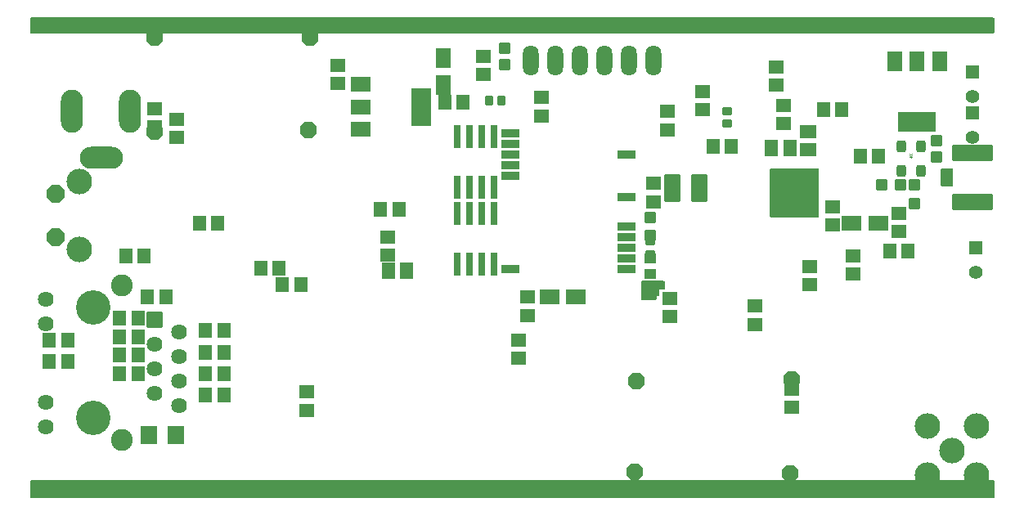
<source format=gbr>
%TF.GenerationSoftware,KiCad,Pcbnew,9.0.7*%
%TF.CreationDate,2026-01-09T15:07:01-08:00*%
%TF.ProjectId,W5500_LX9_AD9957_sramv2_gps,57353530-305f-44c5-9839-5f4144393935,rev?*%
%TF.SameCoordinates,Original*%
%TF.FileFunction,Soldermask,Bot*%
%TF.FilePolarity,Negative*%
%FSLAX46Y46*%
G04 Gerber Fmt 4.6, Leading zero omitted, Abs format (unit mm)*
G04 Created by KiCad (PCBNEW 9.0.7) date 2026-01-09 15:07:01*
%MOMM*%
%LPD*%
G01*
G04 APERTURE LIST*
G04 Aperture macros list*
%AMRoundRect*
0 Rectangle with rounded corners*
0 $1 Rounding radius*
0 $2 $3 $4 $5 $6 $7 $8 $9 X,Y pos of 4 corners*
0 Add a 4 corners polygon primitive as box body*
4,1,4,$2,$3,$4,$5,$6,$7,$8,$9,$2,$3,0*
0 Add four circle primitives for the rounded corners*
1,1,$1+$1,$2,$3*
1,1,$1+$1,$4,$5*
1,1,$1+$1,$6,$7*
1,1,$1+$1,$8,$9*
0 Add four rect primitives between the rounded corners*
20,1,$1+$1,$2,$3,$4,$5,0*
20,1,$1+$1,$4,$5,$6,$7,0*
20,1,$1+$1,$6,$7,$8,$9,0*
20,1,$1+$1,$8,$9,$2,$3,0*%
%AMFreePoly0*
4,1,17,0.404157,0.924921,0.924921,0.404157,0.939800,0.368236,0.939800,-0.368236,0.924921,-0.404157,0.404157,-0.924921,0.368236,-0.939800,-0.368236,-0.939800,-0.404157,-0.924921,-0.924921,-0.404157,-0.939800,-0.368236,-0.939800,0.368236,-0.924921,0.404157,-0.404157,0.924921,-0.368236,0.939800,0.368236,0.939800,0.404157,0.924921,0.404157,0.924921,$1*%
%AMFreePoly1*
4,1,17,0.367333,0.836021,0.836021,0.367333,0.850900,0.331412,0.850900,-0.331412,0.836021,-0.367333,0.367333,-0.836021,0.331412,-0.850900,-0.331412,-0.850900,-0.367333,-0.836021,-0.836021,-0.367333,-0.850900,-0.331412,-0.850900,0.331412,-0.836021,0.367333,-0.367333,0.836021,-0.331412,0.850900,0.331412,0.850900,0.367333,0.836021,0.367333,0.836021,$1*%
G04 Aperture macros list end*
%ADD10C,0.024384*%
%ADD11O,1.625600X3.149600*%
%ADD12C,2.641600*%
%ADD13RoundRect,0.050800X-0.650000X-0.800000X0.650000X-0.800000X0.650000X0.800000X-0.650000X0.800000X0*%
%ADD14RoundRect,0.050800X-0.800000X0.650000X-0.800000X-0.650000X0.800000X-0.650000X0.800000X0.650000X0*%
%ADD15RoundRect,0.050800X-0.650000X-0.750000X0.650000X-0.750000X0.650000X0.750000X-0.650000X0.750000X0*%
%ADD16RoundRect,0.050800X0.800000X0.900000X-0.800000X0.900000X-0.800000X-0.900000X0.800000X-0.900000X0*%
%ADD17RoundRect,0.050800X0.650000X0.750000X-0.650000X0.750000X-0.650000X-0.750000X0.650000X-0.750000X0*%
%ADD18RoundRect,0.050800X0.750000X-0.650000X0.750000X0.650000X-0.750000X0.650000X-0.750000X-0.650000X0*%
%ADD19RoundRect,0.050800X-0.750000X0.650000X-0.750000X-0.650000X0.750000X-0.650000X0.750000X0.650000X0*%
%ADD20RoundRect,0.050800X-1.900000X-1.000000X1.900000X-1.000000X1.900000X1.000000X-1.900000X1.000000X0*%
%ADD21RoundRect,0.050800X-0.750000X-1.000000X0.750000X-1.000000X0.750000X1.000000X-0.750000X1.000000X0*%
%ADD22RoundRect,0.050800X1.000000X-1.900000X1.000000X1.900000X-1.000000X1.900000X-1.000000X-1.900000X0*%
%ADD23RoundRect,0.050800X1.000000X-0.750000X1.000000X0.750000X-1.000000X0.750000X-1.000000X-0.750000X0*%
%ADD24RoundRect,0.050800X-0.750000X0.975000X-0.750000X-0.975000X0.750000X-0.975000X0.750000X0.975000X0*%
%ADD25RoundRect,0.050800X0.975000X0.750000X-0.975000X0.750000X-0.975000X-0.750000X0.975000X-0.750000X0*%
%ADD26RoundRect,0.050800X0.800000X1.350000X-0.800000X1.350000X-0.800000X-1.350000X0.800000X-1.350000X0*%
%ADD27O,2.286000X4.470400*%
%ADD28O,4.470400X2.286000*%
%ADD29FreePoly0,270.000000*%
%ADD30C,3.556000*%
%ADD31C,1.625600*%
%ADD32RoundRect,0.050800X-0.762000X0.762000X-0.762000X-0.762000X0.762000X-0.762000X0.762000X0.762000X0*%
%ADD33C,2.260600*%
%ADD34RoundRect,0.050800X-0.975000X-0.750000X0.975000X-0.750000X0.975000X0.750000X-0.975000X0.750000X0*%
%ADD35RoundRect,0.050800X-0.300000X-1.100000X0.300000X-1.100000X0.300000X1.100000X-0.300000X1.100000X0*%
%ADD36RoundRect,0.050800X0.550000X-0.500000X0.550000X0.500000X-0.550000X0.500000X-0.550000X-0.500000X0*%
%ADD37FreePoly1,0.000000*%
%ADD38RoundRect,0.050800X-2.032000X0.762000X-2.032000X-0.762000X2.032000X-0.762000X2.032000X0.762000X0*%
%ADD39C,1.422400*%
%ADD40RoundRect,0.050800X-0.660400X0.660400X-0.660400X-0.660400X0.660400X-0.660400X0.660400X0.660400X0*%
%ADD41RoundRect,0.050800X0.508000X0.508000X-0.508000X0.508000X-0.508000X-0.508000X0.508000X-0.508000X0*%
%ADD42RoundRect,0.247650X-0.247650X0.374650X-0.247650X-0.374650X0.247650X-0.374650X0.247650X0.374650X0*%
%ADD43RoundRect,0.050800X0.508000X-0.508000X0.508000X0.508000X-0.508000X0.508000X-0.508000X-0.508000X0*%
%ADD44RoundRect,0.050800X-0.900000X0.400000X-0.900000X-0.400000X0.900000X-0.400000X0.900000X0.400000X0*%
%ADD45RoundRect,0.050800X0.500000X0.475000X-0.500000X0.475000X-0.500000X-0.475000X0.500000X-0.475000X0*%
%ADD46RoundRect,0.050800X0.450000X-0.350000X0.450000X0.350000X-0.450000X0.350000X-0.450000X-0.350000X0*%
%ADD47RoundRect,0.050800X-0.508000X0.508000X-0.508000X-0.508000X0.508000X-0.508000X0.508000X0.508000X0*%
%ADD48RoundRect,0.050800X-0.350000X-0.450000X0.350000X-0.450000X0.350000X0.450000X-0.350000X0.450000X0*%
%ADD49RoundRect,0.050800X-0.550000X0.500000X-0.550000X-0.500000X0.550000X-0.500000X0.550000X0.500000X0*%
G04 APERTURE END LIST*
D10*
X189601349Y-94182201D02*
X189881765Y-94369145D01*
X189601349Y-94369145D02*
X189881765Y-94182201D01*
X189694821Y-94596149D02*
X189881765Y-94596149D01*
X189587996Y-94529383D02*
X189788293Y-94462617D01*
X189788293Y-94462617D02*
X189788293Y-94636208D01*
D11*
%TO.C,SV1*%
X163112350Y-84601100D03*
X160572350Y-84601100D03*
X158032350Y-84601100D03*
X155492350Y-84601100D03*
X152952350Y-84601100D03*
X150412350Y-84601100D03*
%TD*%
D12*
%TO.C,X1*%
X194068600Y-124923600D03*
X191528600Y-122383600D03*
X191528600Y-127463600D03*
X196608600Y-127463600D03*
X196608600Y-122383600D03*
%TD*%
D13*
%TO.C,R2*%
X137551100Y-106349850D03*
X135651100Y-106349850D03*
%TD*%
D14*
%TO.C,R3*%
X179146100Y-93806100D03*
X179146100Y-91906100D03*
%TD*%
D15*
%TO.C,C1*%
X118659850Y-112541100D03*
X116759850Y-112541100D03*
%TD*%
%TO.C,C2*%
X118659850Y-119208600D03*
X116759850Y-119208600D03*
%TD*%
D16*
%TO.C,C3*%
X110912350Y-123336100D03*
X113712350Y-123336100D03*
%TD*%
D15*
%TO.C,R4*%
X118659850Y-114763600D03*
X116759850Y-114763600D03*
%TD*%
%TO.C,R5*%
X118659850Y-116986100D03*
X116759850Y-116986100D03*
%TD*%
%TO.C,C4*%
X109769850Y-116986100D03*
X107869850Y-116986100D03*
%TD*%
D17*
%TO.C,R6*%
X107869850Y-111271100D03*
X109769850Y-111271100D03*
%TD*%
%TO.C,R7*%
X110727350Y-109048600D03*
X112627350Y-109048600D03*
%TD*%
D15*
%TO.C,R8*%
X109769850Y-113176100D03*
X107869850Y-113176100D03*
%TD*%
%TO.C,C5*%
X109769850Y-115081100D03*
X107869850Y-115081100D03*
%TD*%
D17*
%TO.C,C7*%
X122474850Y-106032350D03*
X124374850Y-106032350D03*
%TD*%
%TO.C,C8*%
X116124850Y-101428600D03*
X118024850Y-101428600D03*
%TD*%
%TO.C,R11*%
X100567350Y-115716100D03*
X102467350Y-115716100D03*
%TD*%
%TO.C,R12*%
X100567350Y-113493600D03*
X102467350Y-113493600D03*
%TD*%
%TO.C,C13*%
X187562350Y-104286100D03*
X189462350Y-104286100D03*
%TD*%
D18*
%TO.C,C18*%
X183749850Y-104764850D03*
X183749850Y-106664850D03*
%TD*%
D19*
%TO.C,C20*%
X173589850Y-111903600D03*
X173589850Y-110003600D03*
%TD*%
D18*
%TO.C,C22*%
X168192350Y-87778600D03*
X168192350Y-89678600D03*
%TD*%
%TO.C,C23*%
X175812350Y-85238600D03*
X175812350Y-87138600D03*
%TD*%
D15*
%TO.C,C27*%
X126597350Y-107778600D03*
X124697350Y-107778600D03*
%TD*%
D19*
%TO.C,C28*%
X113741100Y-92536100D03*
X113741100Y-90636100D03*
%TD*%
%TO.C,C29*%
X149142350Y-115396100D03*
X149142350Y-113496100D03*
%TD*%
D18*
%TO.C,C30*%
X130409850Y-85079850D03*
X130409850Y-86979850D03*
%TD*%
D19*
%TO.C,C31*%
X111518600Y-91424850D03*
X111518600Y-89524850D03*
%TD*%
D20*
%TO.C,IC5*%
X190417350Y-90926100D03*
D21*
X192717350Y-84626100D03*
X190417350Y-84626100D03*
X188117350Y-84626100D03*
%TD*%
D17*
%TO.C,C33*%
X184546100Y-94443600D03*
X186446100Y-94443600D03*
%TD*%
%TO.C,C34*%
X180736100Y-89681100D03*
X182636100Y-89681100D03*
%TD*%
D22*
%TO.C,IC6*%
X139116100Y-89363600D03*
D23*
X132816100Y-87063600D03*
X132816100Y-89363600D03*
X132816100Y-91663600D03*
%TD*%
D17*
%TO.C,R10*%
X141524850Y-88887350D03*
X143424850Y-88887350D03*
%TD*%
D24*
%TO.C,C36*%
X141363600Y-84337350D03*
X141363600Y-87087350D03*
%TD*%
D25*
%TO.C,C37*%
X155121100Y-109048600D03*
X152371100Y-109048600D03*
%TD*%
D19*
%TO.C,C38*%
X163112350Y-99203600D03*
X163112350Y-97303600D03*
%TD*%
%TO.C,C39*%
X151523600Y-90313600D03*
X151523600Y-88413600D03*
%TD*%
%TO.C,C40*%
X150094850Y-110951100D03*
X150094850Y-109051100D03*
%TD*%
%TO.C,R15*%
X188512350Y-102299225D03*
X188512350Y-100399225D03*
%TD*%
%TO.C,C10*%
X135648600Y-104759850D03*
X135648600Y-102859850D03*
%TD*%
D18*
%TO.C,C49*%
X177399850Y-118576100D03*
X177399850Y-120476100D03*
%TD*%
%TO.C,C50*%
X145491100Y-84127350D03*
X145491100Y-86027350D03*
%TD*%
%TO.C,C51*%
X176606100Y-89207350D03*
X176606100Y-91107350D03*
%TD*%
D15*
%TO.C,C52*%
X171206100Y-93491100D03*
X169306100Y-93491100D03*
%TD*%
D19*
%TO.C,C53*%
X179304850Y-107776100D03*
X179304850Y-105876100D03*
%TD*%
D18*
%TO.C,C19*%
X181686100Y-99684850D03*
X181686100Y-101584850D03*
%TD*%
D26*
%TO.C,R20*%
X165046100Y-97777350D03*
X167846100Y-97777350D03*
%TD*%
D18*
%TO.C,C54*%
X164541100Y-89842350D03*
X164541100Y-91742350D03*
%TD*%
%TO.C,C55*%
X164858600Y-109209850D03*
X164858600Y-111109850D03*
%TD*%
D13*
%TO.C,R19*%
X177238600Y-93649850D03*
X175338600Y-93649850D03*
%TD*%
D18*
%TO.C,C56*%
X127234850Y-118893600D03*
X127234850Y-120793600D03*
%TD*%
D15*
%TO.C,C58*%
X110404850Y-104762350D03*
X108504850Y-104762350D03*
%TD*%
D27*
%TO.C,J2*%
X108962350Y-89839850D03*
X102962350Y-89839850D03*
D28*
X105962350Y-94639850D03*
%TD*%
D12*
%TO.C,S1*%
X103714450Y-104140050D03*
X103714450Y-97129650D03*
D29*
X101225250Y-102895450D03*
X101225250Y-98374250D03*
%TD*%
D30*
%TO.C,RJ2*%
X105168600Y-121589850D03*
X105168600Y-110159850D03*
D31*
X100215600Y-119938850D03*
X100215600Y-122478850D03*
X114058600Y-112699850D03*
D32*
X111518600Y-111429850D03*
D33*
X108089600Y-107873850D03*
X108089600Y-123875850D03*
D31*
X114058600Y-117779850D03*
X111518600Y-113969850D03*
X111518600Y-116509850D03*
X114058600Y-115239850D03*
X111518600Y-119049850D03*
X114058600Y-120319850D03*
X100215600Y-111810850D03*
X100215600Y-109270850D03*
%TD*%
D34*
%TO.C,C59*%
X183644850Y-101428600D03*
X186394850Y-101428600D03*
%TD*%
D35*
%TO.C,IC8*%
X146602350Y-97678600D03*
X145332350Y-97678600D03*
X142792350Y-97678600D03*
X146602350Y-92478600D03*
X145332350Y-92478600D03*
X142792350Y-92478600D03*
X144062350Y-97678600D03*
X144062350Y-92478600D03*
%TD*%
D36*
%TO.C,R23*%
X147713600Y-83274850D03*
X147713600Y-84974850D03*
%TD*%
D35*
%TO.C,IC9*%
X146602350Y-105616100D03*
X145332350Y-105616100D03*
X142792350Y-105616100D03*
X146602350Y-100416100D03*
X145332350Y-100416100D03*
X142792350Y-100416100D03*
X144062350Y-105616100D03*
X144062350Y-100416100D03*
%TD*%
D17*
%TO.C,C41*%
X134857350Y-99999850D03*
X136757350Y-99999850D03*
%TD*%
D37*
%TO.C,P1*%
X177399850Y-117621100D03*
%TD*%
%TO.C,P2*%
X127393600Y-91744850D03*
%TD*%
%TO.C,P3*%
X127552350Y-82219850D03*
%TD*%
%TO.C,P4*%
X111518600Y-82219850D03*
%TD*%
%TO.C,P5*%
X111518600Y-91903600D03*
%TD*%
%TO.C,P6*%
X161207350Y-127146100D03*
%TD*%
%TO.C,P7*%
X161366100Y-117779850D03*
%TD*%
%TO.C,P8*%
X177241100Y-127304850D03*
%TD*%
D38*
%TO.C,X3*%
X196164100Y-94126100D03*
X196164100Y-99206100D03*
%TD*%
D39*
%TO.C,LED3*%
X196132350Y-92538600D03*
D40*
X196132350Y-89998600D03*
%TD*%
D39*
%TO.C,LED1*%
X196132350Y-88252350D03*
D40*
X196132350Y-85712350D03*
%TD*%
D41*
%TO.C,C75*%
X186766100Y-97459850D03*
X188671100Y-97459850D03*
%TD*%
D42*
%TO.C,X4*%
X190798350Y-96031100D03*
X190798350Y-93491100D03*
X188766350Y-96031100D03*
X188766350Y-93491100D03*
%TD*%
D43*
%TO.C,C78*%
X190099850Y-97459850D03*
X190099850Y-99364850D03*
%TD*%
D44*
%TO.C,U$1*%
X160304850Y-94323600D03*
X160304850Y-98723600D03*
X160304850Y-101723600D03*
X160304850Y-102823600D03*
X160304850Y-103923600D03*
X160304850Y-105023600D03*
X160304850Y-106123600D03*
X148304850Y-92123600D03*
X148304850Y-93223600D03*
X148304850Y-94323600D03*
X148304850Y-95423600D03*
X148304850Y-96523600D03*
X148304850Y-106123600D03*
%TD*%
D45*
%TO.C,L2*%
X162794850Y-106673600D03*
X162794850Y-105073600D03*
%TD*%
D46*
%TO.C,R39*%
X162794850Y-103318600D03*
X162794850Y-104618600D03*
%TD*%
D47*
%TO.C,C79*%
X162794850Y-102698600D03*
X162794850Y-100793600D03*
%TD*%
D46*
%TO.C,R40*%
X170732350Y-89824850D03*
X170732350Y-91124850D03*
%TD*%
D48*
%TO.C,R22*%
X147411100Y-88728600D03*
X146111100Y-88728600D03*
%TD*%
D39*
%TO.C,LED4*%
X196449850Y-106508600D03*
D40*
X196449850Y-103968600D03*
%TD*%
D49*
%TO.C,R41*%
X192401725Y-94579225D03*
X192401725Y-92879225D03*
%TD*%
G36*
X180200389Y-95733285D02*
G01*
X180246144Y-95786089D01*
X180257350Y-95837600D01*
X180257350Y-100669600D01*
X180237665Y-100736639D01*
X180184861Y-100782394D01*
X180133350Y-100793600D01*
X175301350Y-100793600D01*
X175234311Y-100773915D01*
X175188556Y-100721111D01*
X175177350Y-100669600D01*
X175177350Y-95837600D01*
X175197035Y-95770561D01*
X175249839Y-95724806D01*
X175301350Y-95713600D01*
X180133350Y-95713600D01*
X180200389Y-95733285D01*
G37*
G36*
X198344139Y-80123285D02*
G01*
X198389894Y-80176089D01*
X198401100Y-80227600D01*
X198401100Y-81629600D01*
X198381415Y-81696639D01*
X198328611Y-81742394D01*
X198277100Y-81753600D01*
X98725100Y-81753600D01*
X98658061Y-81733915D01*
X98612306Y-81681111D01*
X98601100Y-81629600D01*
X98601100Y-80227600D01*
X98620785Y-80160561D01*
X98673589Y-80114806D01*
X98725100Y-80103600D01*
X198277100Y-80103600D01*
X198344139Y-80123285D01*
G37*
G36*
X198344139Y-128023285D02*
G01*
X198389894Y-128076089D01*
X198401100Y-128127600D01*
X198401100Y-129779600D01*
X198381415Y-129846639D01*
X198328611Y-129892394D01*
X198277100Y-129903600D01*
X98725100Y-129903600D01*
X98658061Y-129883915D01*
X98612306Y-129831111D01*
X98601100Y-129779600D01*
X98601100Y-128127600D01*
X98620785Y-128060561D01*
X98673589Y-128014806D01*
X98725100Y-128003600D01*
X198277100Y-128003600D01*
X198344139Y-128023285D01*
G37*
G36*
X193931830Y-95907858D02*
G01*
X193991330Y-95919693D01*
X194036028Y-95938207D01*
X194076116Y-95964992D01*
X194110329Y-95999204D01*
X194127077Y-96024269D01*
X194147955Y-96090946D01*
X194147975Y-96093160D01*
X194147975Y-97217788D01*
X194128290Y-97284827D01*
X194127076Y-97286680D01*
X194110327Y-97311746D01*
X194076116Y-97345957D01*
X194036029Y-97372742D01*
X193991332Y-97391256D01*
X193931832Y-97403092D01*
X193907639Y-97405475D01*
X193232061Y-97405475D01*
X193207869Y-97403092D01*
X193148368Y-97391256D01*
X193103670Y-97372742D01*
X193063581Y-97345956D01*
X193029368Y-97311743D01*
X193002582Y-97271654D01*
X192984068Y-97226955D01*
X192972233Y-97167455D01*
X192969850Y-97143264D01*
X192969850Y-96167685D01*
X192972233Y-96143494D01*
X192984068Y-96083994D01*
X193002582Y-96039295D01*
X193029368Y-95999206D01*
X193063581Y-95964993D01*
X193103670Y-95938207D01*
X193148370Y-95919692D01*
X193207871Y-95907857D01*
X193232061Y-95905475D01*
X193907639Y-95905475D01*
X193931830Y-95907858D01*
G37*
G36*
X194091014Y-95733285D02*
G01*
X194136769Y-95786089D01*
X194147975Y-95837600D01*
X194147975Y-97494600D01*
X194128290Y-97561639D01*
X194075486Y-97607394D01*
X194023975Y-97618600D01*
X193001975Y-97618600D01*
X192934936Y-97598915D01*
X192889181Y-97546111D01*
X192877975Y-97494600D01*
X192877975Y-95837600D01*
X192897660Y-95770561D01*
X192950464Y-95724806D01*
X193001975Y-95713600D01*
X194023975Y-95713600D01*
X194091014Y-95733285D01*
G37*
G36*
X163622889Y-107401410D02*
G01*
X163668644Y-107454214D01*
X163679850Y-107505725D01*
X163679850Y-108845225D01*
X163660165Y-108912264D01*
X163607361Y-108958019D01*
X163555850Y-108969225D01*
X163429850Y-108969225D01*
X163429850Y-109242100D01*
X163410165Y-109309139D01*
X163357361Y-109354894D01*
X163305850Y-109366100D01*
X161966350Y-109366100D01*
X161899311Y-109346415D01*
X161853556Y-109293611D01*
X161842350Y-109242100D01*
X161842350Y-107505725D01*
X161862035Y-107438686D01*
X161914839Y-107392931D01*
X161966350Y-107381725D01*
X163555850Y-107381725D01*
X163622889Y-107401410D01*
G37*
G36*
X163940389Y-107401410D02*
G01*
X163986144Y-107454214D01*
X163997350Y-107505725D01*
X163997350Y-108130850D01*
X163977665Y-108197889D01*
X163924861Y-108243644D01*
X163873350Y-108254850D01*
X163747350Y-108254850D01*
X163747350Y-108845225D01*
X163727665Y-108912264D01*
X163674861Y-108958019D01*
X163623350Y-108969225D01*
X163429850Y-108969225D01*
X163428953Y-108970121D01*
X163410165Y-109034107D01*
X163357361Y-109079862D01*
X163288203Y-109089806D01*
X163224647Y-109060781D01*
X163186873Y-109002003D01*
X163184233Y-108991261D01*
X163182233Y-108981207D01*
X163179850Y-108957014D01*
X163179850Y-107505725D01*
X163199535Y-107438686D01*
X163252339Y-107392931D01*
X163303850Y-107381725D01*
X163873350Y-107381725D01*
X163940389Y-107401410D01*
G37*
G36*
X164246014Y-107401410D02*
G01*
X164291769Y-107454214D01*
X164302975Y-107505725D01*
X164302975Y-108130850D01*
X164283290Y-108197889D01*
X164230486Y-108243644D01*
X164178975Y-108254850D01*
X163747350Y-108254850D01*
X163747350Y-108380850D01*
X163727665Y-108447889D01*
X163674861Y-108493644D01*
X163623350Y-108504850D01*
X163442061Y-108504850D01*
X163417869Y-108502467D01*
X163358368Y-108490631D01*
X163313670Y-108472117D01*
X163273581Y-108445331D01*
X163239368Y-108411118D01*
X163212582Y-108371029D01*
X163194068Y-108326330D01*
X163182233Y-108266830D01*
X163179850Y-108242639D01*
X163179850Y-107505725D01*
X163199535Y-107438686D01*
X163252339Y-107392931D01*
X163303850Y-107381725D01*
X164178975Y-107381725D01*
X164246014Y-107401410D01*
G37*
M02*

</source>
